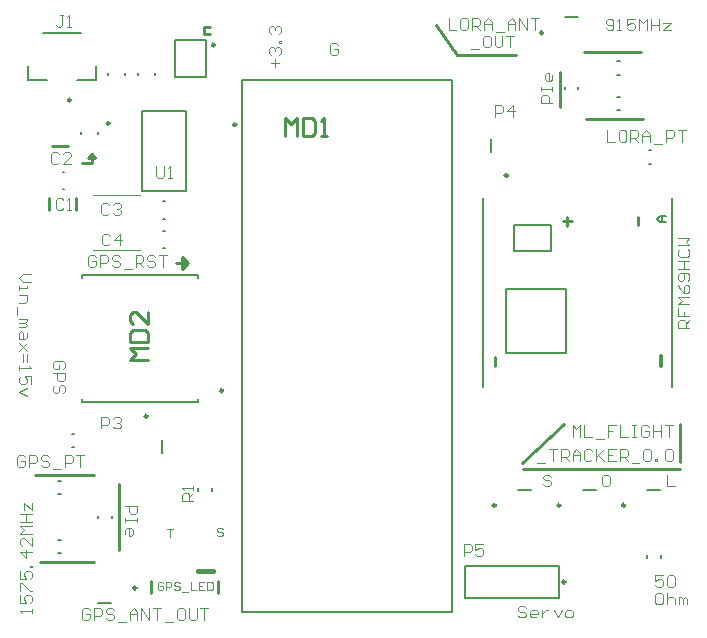
<source format=gbr>
G04*
G04 #@! TF.GenerationSoftware,Altium Limited,Altium Designer,24.6.1 (21)*
G04*
G04 Layer_Color=65535*
%FSLAX25Y25*%
%MOIN*%
G70*
G04*
G04 #@! TF.SameCoordinates,FB6864B3-348A-4B3C-8FDE-2C751703143F*
G04*
G04*
G04 #@! TF.FilePolarity,Positive*
G04*
G01*
G75*
%ADD10C,0.00984*%
%ADD11C,0.01000*%
%ADD12C,0.00500*%
%ADD13C,0.00394*%
%ADD14C,0.00787*%
%ADD15C,0.01575*%
%ADD16C,0.01063*%
%ADD17C,0.01169*%
%ADD18C,0.00595*%
%ADD19C,0.00935*%
D10*
X70866Y77576D02*
G03*
X70866Y77576I-492J0D01*
G01*
X185020Y13780D02*
G03*
X185020Y13780I-492J0D01*
G01*
X75335Y166270D02*
G03*
X75335Y166270I-492J0D01*
G01*
X177461Y196850D02*
G03*
X177461Y196850I-492J0D01*
G01*
X68110Y192815D02*
G03*
X68110Y192815I-492J0D01*
G01*
X33169Y166732D02*
G03*
X33169Y166732I-492J0D01*
G01*
X165847Y149311D02*
G03*
X165847Y149311I-492J0D01*
G01*
X161811Y39370D02*
G03*
X161811Y39370I-492J0D01*
G01*
X183366D02*
G03*
X183366Y39370I-492J0D01*
G01*
X204921D02*
G03*
X204921Y39370I-492J0D01*
G01*
X45768Y69095D02*
G03*
X45768Y69095I-492J0D01*
G01*
X42028Y11811D02*
G03*
X42028Y11811I-492J0D01*
G01*
X20175Y174409D02*
G03*
X20175Y174409I-492J0D01*
G01*
D11*
X148819Y189370D02*
X168504D01*
X141732Y199606D02*
X148819Y189370D01*
X64567Y196457D02*
X66535D01*
X64567D02*
Y198819D01*
X66535D01*
X69291Y10236D02*
Y14173D01*
X46850Y10236D02*
Y14173D01*
X170866Y51575D02*
X223228D01*
X13780Y159055D02*
X19291D01*
X27165Y156299D02*
X28346Y155118D01*
X25984D02*
X28346D01*
X25984D02*
X27165Y156299D01*
Y153543D02*
Y156299D01*
X24016Y153543D02*
X27165D01*
X223228Y53937D02*
Y66535D01*
X170472Y53543D02*
X184646Y66535D01*
X22047Y137795D02*
Y141732D01*
X12992Y137795D02*
Y141732D01*
X57087Y118110D02*
X59055Y120079D01*
X57087Y118110D02*
Y122047D01*
X59055Y120079D01*
X55118D02*
X59055D01*
X8268Y49606D02*
X27953D01*
X9843Y20472D02*
X27953D01*
X36220Y24409D02*
Y46457D01*
X191339Y190551D02*
X210236D01*
X191732Y168110D02*
X211024D01*
X183071Y172047D02*
Y183858D01*
X45912Y87672D02*
X39914D01*
X41914Y89671D01*
X39914Y91671D01*
X45912D01*
X39914Y93670D02*
X45912D01*
Y96669D01*
X44913Y97669D01*
X40914D01*
X39914Y96669D01*
Y93670D01*
X45912Y103667D02*
Y99668D01*
X41914Y103667D01*
X40914D01*
X39914Y102667D01*
Y100668D01*
X40914Y99668D01*
X91427Y162355D02*
Y168353D01*
X93427Y166354D01*
X95426Y168353D01*
Y162355D01*
X97426Y168353D02*
Y162355D01*
X100425D01*
X101424Y163355D01*
Y167354D01*
X100425Y168353D01*
X97426D01*
X103424Y162355D02*
X105423D01*
X104423D01*
Y168353D01*
X103424Y167354D01*
D12*
X167774Y124016D02*
Y132766D01*
X180274D01*
Y124016D02*
Y132766D01*
X167774Y124016D02*
X180274D01*
X165274Y90266D02*
X185274D01*
X165274D02*
Y111516D01*
X185274D01*
Y90266D02*
Y111516D01*
X157528Y78740D02*
Y141762D01*
X220520Y78740D02*
Y141762D01*
D13*
X27559Y124409D02*
X43307D01*
X27559Y142717D02*
X43307D01*
X70734Y31430D02*
X70275Y31889D01*
X69357D01*
X68898Y31430D01*
Y30970D01*
X69357Y30511D01*
X70275D01*
X70734Y30052D01*
Y29593D01*
X70275Y29134D01*
X69357D01*
X68898Y29593D01*
X52362Y31495D02*
X54199D01*
X53281D01*
Y28740D01*
X171915Y5248D02*
X171259Y5904D01*
X169947D01*
X169291Y5248D01*
Y4592D01*
X169947Y3936D01*
X171259D01*
X171915Y3280D01*
Y2624D01*
X171259Y1969D01*
X169947D01*
X169291Y2624D01*
X175195Y1969D02*
X173883D01*
X173227Y2624D01*
Y3936D01*
X173883Y4592D01*
X175195D01*
X175851Y3936D01*
Y3280D01*
X173227D01*
X177163Y4592D02*
Y1969D01*
Y3280D01*
X177819Y3936D01*
X178475Y4592D01*
X179131D01*
X181099D02*
X182411Y1969D01*
X183722Y4592D01*
X185690Y1969D02*
X187002D01*
X187658Y2624D01*
Y3936D01*
X187002Y4592D01*
X185690D01*
X185034Y3936D01*
Y2624D01*
X185690Y1969D01*
X226378Y98425D02*
X222442D01*
Y100393D01*
X223098Y101049D01*
X224410D01*
X225066Y100393D01*
Y98425D01*
Y99737D02*
X226378Y101049D01*
X222442Y104985D02*
Y102361D01*
X224410D01*
Y103673D01*
Y102361D01*
X226378D01*
Y106297D02*
X222442D01*
X223754Y107609D01*
X222442Y108921D01*
X226378D01*
X222442Y112856D02*
X223098Y111544D01*
X224410Y110232D01*
X225722D01*
X226378Y110888D01*
Y112200D01*
X225722Y112856D01*
X225066D01*
X224410Y112200D01*
Y110232D01*
X225722Y114168D02*
X226378Y114824D01*
Y116136D01*
X225722Y116792D01*
X223098D01*
X222442Y116136D01*
Y114824D01*
X223098Y114168D01*
X223754D01*
X224410Y114824D01*
Y116792D01*
X222442Y118104D02*
X226378D01*
X224410D01*
Y120728D01*
X222442D01*
X226378D01*
X223098Y124663D02*
X222442Y124007D01*
Y122696D01*
X223098Y122040D01*
X225722D01*
X226378Y122696D01*
Y124007D01*
X225722Y124663D01*
X222442Y125975D02*
X226378D01*
X225066Y127287D01*
X226378Y128599D01*
X222442D01*
X17453Y84778D02*
X18109Y85434D01*
Y86746D01*
X17453Y87402D01*
X14829D01*
X14173Y86746D01*
Y85434D01*
X14829Y84778D01*
X16141D01*
Y86090D01*
X14173Y83466D02*
X18109D01*
Y81498D01*
X17453Y80842D01*
X16141D01*
X15485Y81498D01*
Y83466D01*
X17453Y76906D02*
X18109Y77562D01*
Y78874D01*
X17453Y79530D01*
X16797D01*
X16141Y78874D01*
Y77562D01*
X15485Y76906D01*
X14829D01*
X14173Y77562D01*
Y78874D01*
X14829Y79530D01*
X7087Y3543D02*
Y4855D01*
Y4199D01*
X3151D01*
X3807Y3543D01*
X3151Y9447D02*
Y6823D01*
X5119D01*
X4463Y8135D01*
Y8791D01*
X5119Y9447D01*
X6431D01*
X7087Y8791D01*
Y7479D01*
X6431Y6823D01*
X3151Y10759D02*
Y13383D01*
X3807D01*
X6431Y10759D01*
X7087D01*
X3151Y17318D02*
Y14695D01*
X5119D01*
X4463Y16006D01*
Y16662D01*
X5119Y17318D01*
X6431D01*
X7087Y16662D01*
Y15350D01*
X6431Y14695D01*
X7087Y18630D02*
X6431D01*
Y19286D01*
X7087D01*
Y18630D01*
Y23878D02*
X3151D01*
X5119Y21910D01*
Y24534D01*
X7087Y28470D02*
Y25846D01*
X4463Y28470D01*
X3807D01*
X3151Y27814D01*
Y26502D01*
X3807Y25846D01*
X7087Y29782D02*
X3151D01*
X4463Y31093D01*
X3151Y32405D01*
X7087D01*
X3151Y33717D02*
X7087D01*
X5119D01*
Y36341D01*
X3151D01*
X7087D01*
X4463Y37653D02*
Y40277D01*
X7087Y37653D01*
Y40277D01*
X198425Y198294D02*
X199081Y197638D01*
X200393D01*
X201049Y198294D01*
Y200918D01*
X200393Y201573D01*
X199081D01*
X198425Y200918D01*
Y200262D01*
X199081Y199606D01*
X201049D01*
X202361Y197638D02*
X203673D01*
X203017D01*
Y201573D01*
X202361Y200918D01*
X208264Y201573D02*
X205641D01*
Y199606D01*
X206953Y200262D01*
X207609D01*
X208264Y199606D01*
Y198294D01*
X207609Y197638D01*
X206297D01*
X205641Y198294D01*
X209577Y197638D02*
Y201573D01*
X210888Y200262D01*
X212200Y201573D01*
Y197638D01*
X213512Y201573D02*
Y197638D01*
Y199606D01*
X216136D01*
Y201573D01*
Y197638D01*
X217448Y200262D02*
X220072D01*
X217448Y197638D01*
X220072D01*
X6954Y116535D02*
X4330D01*
X3018Y115224D01*
X4330Y113912D01*
X6954D01*
X3018Y112600D02*
Y111288D01*
Y111944D01*
X5642D01*
Y112600D01*
X3018Y109320D02*
X5642D01*
Y107352D01*
X4986Y106696D01*
X3018D01*
X2362Y105384D02*
Y102760D01*
X3018Y101448D02*
X5642D01*
Y100793D01*
X4986Y100136D01*
X3018D01*
X4986D01*
X5642Y99481D01*
X4986Y98825D01*
X3018D01*
X5642Y96857D02*
Y95545D01*
X4986Y94889D01*
X3018D01*
Y96857D01*
X3674Y97513D01*
X4330Y96857D01*
Y94889D01*
X5642Y93577D02*
X3018Y90953D01*
X4330Y92265D01*
X5642Y90953D01*
X3018Y93577D01*
X4330Y89641D02*
Y87017D01*
X5642Y89641D02*
Y87017D01*
X3018Y85706D02*
Y84394D01*
Y85049D01*
X6954D01*
X6298Y85706D01*
X6954Y79802D02*
Y82426D01*
X4986D01*
X5642Y81114D01*
Y80458D01*
X4986Y79802D01*
X3674D01*
X3018Y80458D01*
Y81770D01*
X3674Y82426D01*
X5642Y78490D02*
X3018Y77178D01*
X5642Y75866D01*
X28608Y122046D02*
X27952Y122702D01*
X26640D01*
X25984Y122046D01*
Y119422D01*
X26640Y118766D01*
X27952D01*
X28608Y119422D01*
Y120734D01*
X27296D01*
X29920Y118766D02*
Y122702D01*
X31888D01*
X32544Y122046D01*
Y120734D01*
X31888Y120078D01*
X29920D01*
X36480Y122046D02*
X35824Y122702D01*
X34512D01*
X33856Y122046D01*
Y121390D01*
X34512Y120734D01*
X35824D01*
X36480Y120078D01*
Y119422D01*
X35824Y118766D01*
X34512D01*
X33856Y119422D01*
X37791Y118110D02*
X40415D01*
X41727Y118766D02*
Y122702D01*
X43695D01*
X44351Y122046D01*
Y120734D01*
X43695Y120078D01*
X41727D01*
X43039D02*
X44351Y118766D01*
X48287Y122046D02*
X47631Y122702D01*
X46319D01*
X45663Y122046D01*
Y121390D01*
X46319Y120734D01*
X47631D01*
X48287Y120078D01*
Y119422D01*
X47631Y118766D01*
X46319D01*
X45663Y119422D01*
X49599Y122702D02*
X52223D01*
X50911D01*
Y118766D01*
X216929Y10235D02*
X215617D01*
X214961Y9579D01*
Y6955D01*
X215617Y6299D01*
X216929D01*
X217584Y6955D01*
Y9579D01*
X216929Y10235D01*
X218896D02*
Y6299D01*
Y8267D01*
X219552Y8923D01*
X220864D01*
X221520Y8267D01*
Y6299D01*
X222832D02*
Y8923D01*
X223488D01*
X224144Y8267D01*
Y6299D01*
Y8267D01*
X224800Y8923D01*
X225456Y8267D01*
Y6299D01*
X217584Y16140D02*
X214961D01*
Y14173D01*
X216272Y14829D01*
X216929D01*
X217584Y14173D01*
Y12861D01*
X216929Y12205D01*
X215617D01*
X214961Y12861D01*
X218896Y15484D02*
X219552Y16140D01*
X220864D01*
X221520Y15484D01*
Y12861D01*
X220864Y12205D01*
X219552D01*
X218896Y12861D01*
Y15484D01*
X218898Y49605D02*
Y45669D01*
X221521D01*
X199212Y49605D02*
X197900D01*
X197244Y48949D01*
Y46325D01*
X197900Y45669D01*
X199212D01*
X199868Y46325D01*
Y48949D01*
X199212Y49605D01*
X180183Y48949D02*
X179527Y49605D01*
X178215D01*
X177559Y48949D01*
Y48293D01*
X178215Y47637D01*
X179527D01*
X180183Y46981D01*
Y46325D01*
X179527Y45669D01*
X178215D01*
X177559Y46325D01*
X180709Y173622D02*
X176773D01*
Y175590D01*
X177429Y176246D01*
X178741D01*
X179397Y175590D01*
Y173622D01*
X176773Y177558D02*
Y178870D01*
Y178214D01*
X180709D01*
Y177558D01*
Y178870D01*
Y182805D02*
Y181493D01*
X180053Y180838D01*
X178741D01*
X178085Y181493D01*
Y182805D01*
X178741Y183461D01*
X179397D01*
Y180838D01*
X38189Y38976D02*
X42125D01*
Y37009D01*
X41469Y36353D01*
X40157D01*
X39501Y37009D01*
Y38976D01*
X42125Y35041D02*
Y33729D01*
Y34385D01*
X38189D01*
Y35041D01*
Y33729D01*
Y29793D02*
Y31105D01*
X38845Y31761D01*
X40157D01*
X40813Y31105D01*
Y29793D01*
X40157Y29137D01*
X39501D01*
Y31761D01*
X61023Y40683D02*
X57087D01*
Y42651D01*
X57743Y43307D01*
X59055D01*
X59711Y42651D01*
Y40683D01*
Y41995D02*
X61023Y43307D01*
Y44619D02*
Y45931D01*
Y45275D01*
X57087D01*
X57743Y44619D01*
X16273Y156430D02*
X15617Y157086D01*
X14305D01*
X13649Y156430D01*
Y153806D01*
X14305Y153150D01*
X15617D01*
X16273Y153806D01*
X20209Y153150D02*
X17585D01*
X20209Y155774D01*
Y156430D01*
X19553Y157086D01*
X18241D01*
X17585Y156430D01*
X109317Y192650D02*
X108661Y193306D01*
X107349D01*
X106693Y192650D01*
Y190026D01*
X107349Y189370D01*
X108661D01*
X109317Y190026D01*
Y191338D01*
X108005D01*
X88190Y185433D02*
Y188057D01*
X86878Y186745D02*
X89502D01*
X86878Y189369D02*
X86222Y190025D01*
Y191337D01*
X86878Y191993D01*
X87534D01*
X88190Y191337D01*
Y190681D01*
Y191337D01*
X88846Y191993D01*
X89502D01*
X90158Y191337D01*
Y190025D01*
X89502Y189369D01*
X90158Y193305D02*
X89502D01*
Y193960D01*
X90158D01*
Y193305D01*
X86878Y196584D02*
X86222Y197240D01*
Y198552D01*
X86878Y199208D01*
X87534D01*
X88190Y198552D01*
Y197896D01*
Y198552D01*
X88846Y199208D01*
X89502D01*
X90158Y198552D01*
Y197240D01*
X89502Y196584D01*
X198819Y164434D02*
Y160498D01*
X201443D01*
X204722Y164434D02*
X203411D01*
X202755Y163778D01*
Y161154D01*
X203411Y160498D01*
X204722D01*
X205379Y161154D01*
Y163778D01*
X204722Y164434D01*
X206690Y160498D02*
Y164434D01*
X208658D01*
X209314Y163778D01*
Y162466D01*
X208658Y161810D01*
X206690D01*
X208002D02*
X209314Y160498D01*
X210626D02*
Y163122D01*
X211938Y164434D01*
X213250Y163122D01*
Y160498D01*
Y162466D01*
X210626D01*
X214562Y159843D02*
X217186D01*
X218498Y160498D02*
Y164434D01*
X220465D01*
X221121Y163778D01*
Y162466D01*
X220465Y161810D01*
X218498D01*
X222433Y164434D02*
X225057D01*
X223745D01*
Y160498D01*
X151101Y22398D02*
Y26334D01*
X153069D01*
X153725Y25678D01*
Y24366D01*
X153069Y23710D01*
X151101D01*
X157660Y26334D02*
X155036D01*
Y24366D01*
X156348Y25022D01*
X157004D01*
X157660Y24366D01*
Y23054D01*
X157004Y22398D01*
X155693D01*
X155036Y23054D01*
X48557Y152362D02*
Y149082D01*
X49213Y148426D01*
X50525D01*
X51181Y149082D01*
Y152362D01*
X52493Y148426D02*
X53805D01*
X53149D01*
Y152362D01*
X52493Y151706D01*
X161681Y168898D02*
Y172834D01*
X163649D01*
X164305Y172178D01*
Y170866D01*
X163649Y170210D01*
X161681D01*
X167585Y168898D02*
Y172834D01*
X165617Y170866D01*
X168240D01*
X32907Y139501D02*
X32251Y140157D01*
X30939D01*
X30283Y139501D01*
Y136877D01*
X30939Y136221D01*
X32251D01*
X32907Y136877D01*
X34219Y139501D02*
X34875Y140157D01*
X36187D01*
X36843Y139501D01*
Y138845D01*
X36187Y138189D01*
X35531D01*
X36187D01*
X36843Y137533D01*
Y136877D01*
X36187Y136221D01*
X34875D01*
X34219Y136877D01*
X30185Y64961D02*
Y68897D01*
X32153D01*
X32809Y68241D01*
Y66929D01*
X32153Y66273D01*
X30185D01*
X34121Y68241D02*
X34776Y68897D01*
X36088D01*
X36744Y68241D01*
Y67585D01*
X36088Y66929D01*
X35432D01*
X36088D01*
X36744Y66273D01*
Y65617D01*
X36088Y64961D01*
X34776D01*
X34121Y65617D01*
X50921Y13353D02*
X50462Y13812D01*
X49543D01*
X49084Y13353D01*
Y11516D01*
X49543Y11057D01*
X50462D01*
X50921Y11516D01*
Y12434D01*
X50003D01*
X51839Y11057D02*
Y13812D01*
X53217D01*
X53676Y13353D01*
Y12434D01*
X53217Y11975D01*
X51839D01*
X56431Y13353D02*
X55972Y13812D01*
X55054D01*
X54594Y13353D01*
Y12893D01*
X55054Y12434D01*
X55972D01*
X56431Y11975D01*
Y11516D01*
X55972Y11057D01*
X55054D01*
X54594Y11516D01*
X57349Y10598D02*
X59186D01*
X60104Y13812D02*
Y11057D01*
X61941D01*
X64696Y13812D02*
X62859D01*
Y11057D01*
X64696D01*
X62859Y12434D02*
X63778D01*
X65614Y13812D02*
Y11057D01*
X66992D01*
X67451Y11516D01*
Y13353D01*
X66992Y13812D01*
X65614D01*
X17717Y141076D02*
X17061Y141732D01*
X15749D01*
X15093Y141076D01*
Y138452D01*
X15749Y137796D01*
X17061D01*
X17717Y138452D01*
X19028Y137796D02*
X20340D01*
X19684D01*
Y141732D01*
X19028Y141076D01*
X17717Y202755D02*
X16405D01*
X17061D01*
Y199476D01*
X16405Y198819D01*
X15749D01*
X15093Y199476D01*
X19028Y198819D02*
X20340D01*
X19684D01*
Y202755D01*
X19028Y202099D01*
X33301Y129265D02*
X32645Y129921D01*
X31333D01*
X30677Y129265D01*
Y126641D01*
X31333Y125985D01*
X32645D01*
X33301Y126641D01*
X36581Y125985D02*
Y129921D01*
X34613Y127953D01*
X37236D01*
X153543Y191339D02*
X156167D01*
X159447Y195930D02*
X158135D01*
X157479Y195274D01*
Y192650D01*
X158135Y191995D01*
X159447D01*
X160103Y192650D01*
Y195274D01*
X159447Y195930D01*
X161415D02*
Y192650D01*
X162071Y191995D01*
X163383D01*
X164039Y192650D01*
Y195930D01*
X165350D02*
X167974D01*
X166662D01*
Y191995D01*
X4986Y55511D02*
X4330Y56166D01*
X3018D01*
X2362Y55511D01*
Y52887D01*
X3018Y52231D01*
X4330D01*
X4986Y52887D01*
Y54199D01*
X3674D01*
X6298Y52231D02*
Y56166D01*
X8266D01*
X8922Y55511D01*
Y54199D01*
X8266Y53543D01*
X6298D01*
X12857Y55511D02*
X12202Y56166D01*
X10890D01*
X10234Y55511D01*
Y54855D01*
X10890Y54199D01*
X12202D01*
X12857Y53543D01*
Y52887D01*
X12202Y52231D01*
X10890D01*
X10234Y52887D01*
X14169Y51575D02*
X16793D01*
X18105Y52231D02*
Y56166D01*
X20073D01*
X20729Y55511D01*
Y54199D01*
X20073Y53543D01*
X18105D01*
X22041Y56166D02*
X24665D01*
X23353D01*
Y52231D01*
X187402Y62073D02*
Y66009D01*
X188714Y64697D01*
X190025Y66009D01*
Y62073D01*
X191337Y66009D02*
Y62073D01*
X193961D01*
X195273Y61417D02*
X197897D01*
X201833Y66009D02*
X199209D01*
Y64041D01*
X200521D01*
X199209D01*
Y62073D01*
X203145Y66009D02*
Y62073D01*
X205768D01*
X207080Y66009D02*
X208392D01*
X207736D01*
Y62073D01*
X207080D01*
X208392D01*
X212984Y65353D02*
X212328Y66009D01*
X211016D01*
X210360Y65353D01*
Y62729D01*
X211016Y62073D01*
X212328D01*
X212984Y62729D01*
Y64041D01*
X211672D01*
X214296Y66009D02*
Y62073D01*
Y64041D01*
X216920D01*
Y66009D01*
Y62073D01*
X218232Y66009D02*
X220855D01*
X219543D01*
Y62073D01*
X175591Y53543D02*
X178214D01*
X179526Y58135D02*
X182150D01*
X180838D01*
Y54199D01*
X183462D02*
Y58135D01*
X185430D01*
X186086Y57479D01*
Y56167D01*
X185430Y55511D01*
X183462D01*
X184774D02*
X186086Y54199D01*
X187398D02*
Y56823D01*
X188710Y58135D01*
X190022Y56823D01*
Y54199D01*
Y56167D01*
X187398D01*
X193957Y57479D02*
X193301Y58135D01*
X191990D01*
X191333Y57479D01*
Y54855D01*
X191990Y54199D01*
X193301D01*
X193957Y54855D01*
X195269Y58135D02*
Y54199D01*
Y55511D01*
X197893Y58135D01*
X195925Y56167D01*
X197893Y54199D01*
X201829Y58135D02*
X199205D01*
Y54199D01*
X201829D01*
X199205Y56167D02*
X200517D01*
X203141Y54199D02*
Y58135D01*
X205109D01*
X205765Y57479D01*
Y56167D01*
X205109Y55511D01*
X203141D01*
X204453D02*
X205765Y54199D01*
X207077Y53543D02*
X209700D01*
X211012Y57479D02*
X211668Y58135D01*
X212980D01*
X213636Y57479D01*
Y54855D01*
X212980Y54199D01*
X211668D01*
X211012Y54855D01*
Y57479D01*
X214948Y54199D02*
Y54855D01*
X215604D01*
Y54199D01*
X214948D01*
X218228Y57479D02*
X218884Y58135D01*
X220196D01*
X220851Y57479D01*
Y54855D01*
X220196Y54199D01*
X218884D01*
X218228Y54855D01*
Y57479D01*
X26640Y4329D02*
X25984Y4985D01*
X24672D01*
X24016Y4329D01*
Y1706D01*
X24672Y1050D01*
X25984D01*
X26640Y1706D01*
Y3018D01*
X25328D01*
X27951Y1050D02*
Y4985D01*
X29919D01*
X30575Y4329D01*
Y3018D01*
X29919Y2362D01*
X27951D01*
X34511Y4329D02*
X33855Y4985D01*
X32543D01*
X31887Y4329D01*
Y3673D01*
X32543Y3018D01*
X33855D01*
X34511Y2362D01*
Y1706D01*
X33855Y1050D01*
X32543D01*
X31887Y1706D01*
X35823Y394D02*
X38447D01*
X39759Y1050D02*
Y3673D01*
X41071Y4985D01*
X42382Y3673D01*
Y1050D01*
Y3018D01*
X39759D01*
X43694Y1050D02*
Y4985D01*
X46318Y1050D01*
Y4985D01*
X47630D02*
X50254D01*
X48942D01*
Y1050D01*
X51566Y394D02*
X54190D01*
X57469Y4985D02*
X56158D01*
X55502Y4329D01*
Y1706D01*
X56158Y1050D01*
X57469D01*
X58126Y1706D01*
Y4329D01*
X57469Y4985D01*
X59437D02*
Y1706D01*
X60093Y1050D01*
X61405D01*
X62061Y1706D01*
Y4985D01*
X63373D02*
X65997D01*
X64685D01*
Y1050D01*
X146063Y201836D02*
Y197900D01*
X148687D01*
X151967Y201836D02*
X150655D01*
X149999Y201180D01*
Y198556D01*
X150655Y197900D01*
X151967D01*
X152623Y198556D01*
Y201180D01*
X151967Y201836D01*
X153935Y197900D02*
Y201836D01*
X155902D01*
X156558Y201180D01*
Y199868D01*
X155902Y199212D01*
X153935D01*
X155246D02*
X156558Y197900D01*
X157870D02*
Y200524D01*
X159182Y201836D01*
X160494Y200524D01*
Y197900D01*
Y199868D01*
X157870D01*
X161806Y197244D02*
X164430D01*
X165742Y197900D02*
Y200524D01*
X167054Y201836D01*
X168366Y200524D01*
Y197900D01*
Y199868D01*
X165742D01*
X169677Y197900D02*
Y201836D01*
X172301Y197900D01*
Y201836D01*
X173613D02*
X176237D01*
X174925D01*
Y197900D01*
D14*
X62697Y44193D02*
Y44980D01*
X67224Y44193D02*
Y44980D01*
X23523Y163091D02*
Y163681D01*
X29231Y163091D02*
Y163681D01*
X24016Y73836D02*
X62598D01*
X24016Y115076D02*
Y115962D01*
Y73836D02*
Y74721D01*
Y115962D02*
X62598D01*
Y115076D02*
Y115962D01*
Y73836D02*
Y74721D01*
X151575Y8484D02*
Y19075D01*
Y8484D02*
X182756D01*
Y19075D01*
X151575D02*
X182756D01*
X77205Y181270D02*
X147205D01*
Y3770D02*
Y181270D01*
X77205Y3770D02*
X147205D01*
X77205D02*
Y181270D01*
X184843Y201969D02*
X189173D01*
X202362Y182776D02*
X203150D01*
X202362Y187303D02*
X203150D01*
X189272Y178051D02*
Y178839D01*
X184744Y178051D02*
Y178839D01*
X54823Y182185D02*
Y194390D01*
Y182185D02*
X65059D01*
Y194390D01*
X54823D02*
X65059D01*
X43898Y170669D02*
X58465D01*
Y144291D02*
Y170669D01*
X43898Y144291D02*
X58465D01*
X43898D02*
Y170669D01*
X48130Y182776D02*
Y183366D01*
X42421Y182776D02*
Y183366D01*
X38287Y182776D02*
Y183366D01*
X32579Y182776D02*
Y183366D01*
X160236Y157185D02*
Y161516D01*
X202362Y170965D02*
X203150D01*
X202362Y175492D02*
X203150D01*
X212894Y157776D02*
X213681D01*
X212894Y153248D02*
X213681D01*
X50886Y134941D02*
X51476D01*
X50886Y140650D02*
X51476D01*
X169193Y44488D02*
X173524D01*
X190748D02*
X195079D01*
X212303D02*
X216634D01*
X29232Y35039D02*
Y35827D01*
X33760Y35039D02*
Y35827D01*
X16043Y47539D02*
X16831D01*
X16043Y43012D02*
X16831D01*
X16043Y23327D02*
X16831D01*
X16043Y27854D02*
X16831D01*
X20571Y63287D02*
X21358D01*
X20571Y58760D02*
X21358D01*
X50394Y56890D02*
Y61221D01*
X29331Y6693D02*
X33661D01*
X212303Y21949D02*
Y22736D01*
X216831Y21949D02*
Y22736D01*
X17421Y144783D02*
X18012D01*
X17421Y150492D02*
X18012D01*
X22341Y181004D02*
X28541D01*
X5903D02*
X12104D01*
X5903D02*
Y185827D01*
X10923Y196949D02*
X23522D01*
X28541Y181004D02*
Y185827D01*
X50886Y125098D02*
X51476D01*
X50886Y130807D02*
X51476D01*
D15*
X62500Y17323D02*
X67421D01*
D16*
X161700Y85816D02*
Y88649D01*
X209101Y132658D02*
Y135491D01*
D17*
X216738Y85866D02*
Y88982D01*
D18*
X218563Y133707D02*
X216581D01*
X215589Y134698D01*
X216581Y135690D01*
X218563D01*
X217076D01*
Y133707D01*
D19*
X185639Y132408D02*
Y135524D01*
X184081Y133966D02*
X187197D01*
M02*

</source>
